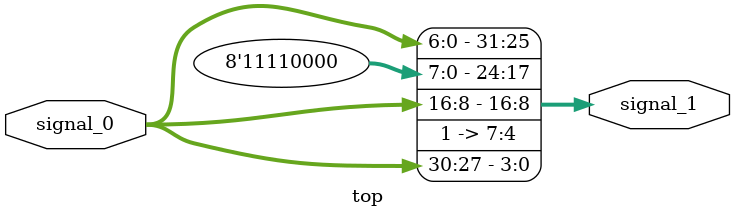
<source format=v>
module top(
	input [31:0] signal_0,
	output reg [31:0] signal_1
	);
	always @(*) begin
		signal_1 = {signal_0[7:0], 8'hF0, signal_0[16:8], 4'hF, signal_0[30:27]};
	end
endmodule
</source>
